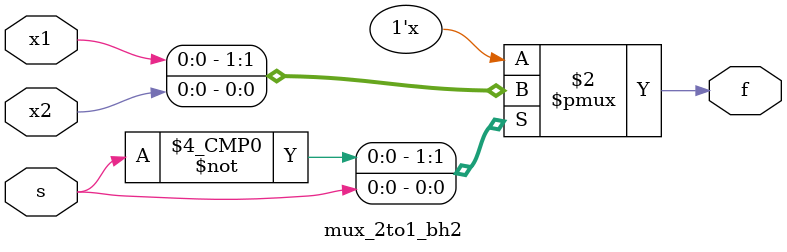
<source format=v>
`timescale 1ns / 1ps

/*Hossam Ahmed Seyam*/
/*This code is illustrating How to design 2*1 mux in behavioral modelling */

module mux_2to1_bh2(x1, x2, s, f);

	input wire x1, x2 ,s;		// x1,x2 are mux inputs , s is the selector of the 2*1 mux
	output reg f;				//mux output
	
	always @(x1, x2 , s)
		begin
		case(s)
			0: f = x1;
			1: f = x2;
			default: f = 0;
		endcase
		end
endmodule 

</source>
